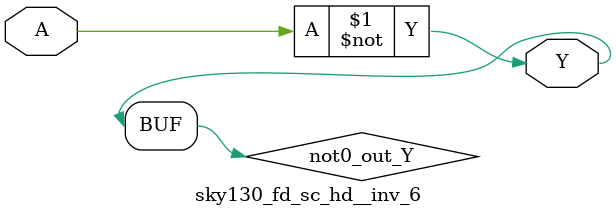
<source format=v>
/*
 * Copyright 2020 The SkyWater PDK Authors
 *
 * Licensed under the Apache License, Version 2.0 (the "License");
 * you may not use this file except in compliance with the License.
 * You may obtain a copy of the License at
 *
 *     https://www.apache.org/licenses/LICENSE-2.0
 *
 * Unless required by applicable law or agreed to in writing, software
 * distributed under the License is distributed on an "AS IS" BASIS,
 * WITHOUT WARRANTIES OR CONDITIONS OF ANY KIND, either express or implied.
 * See the License for the specific language governing permissions and
 * limitations under the License.
 *
 * SPDX-License-Identifier: Apache-2.0
*/


`ifndef SKY130_FD_SC_HD__INV_6_FUNCTIONAL_V
`define SKY130_FD_SC_HD__INV_6_FUNCTIONAL_V

/**
 * inv: Inverter.
 *
 * Verilog simulation functional model.
 */

`timescale 1ns / 1ps
`default_nettype none

`celldefine
module sky130_fd_sc_hd__inv_6 (
    Y,
    A
);

    // Module ports
    output Y;
    input  A;

    // Local signals
    wire not0_out_Y;

    //  Name  Output      Other arguments
    not not0 (not0_out_Y, A              );
    buf buf0 (Y         , not0_out_Y     );

endmodule
`endcelldefine

`default_nettype wire
`endif  // SKY130_FD_SC_HD__INV_6_FUNCTIONAL_V

</source>
